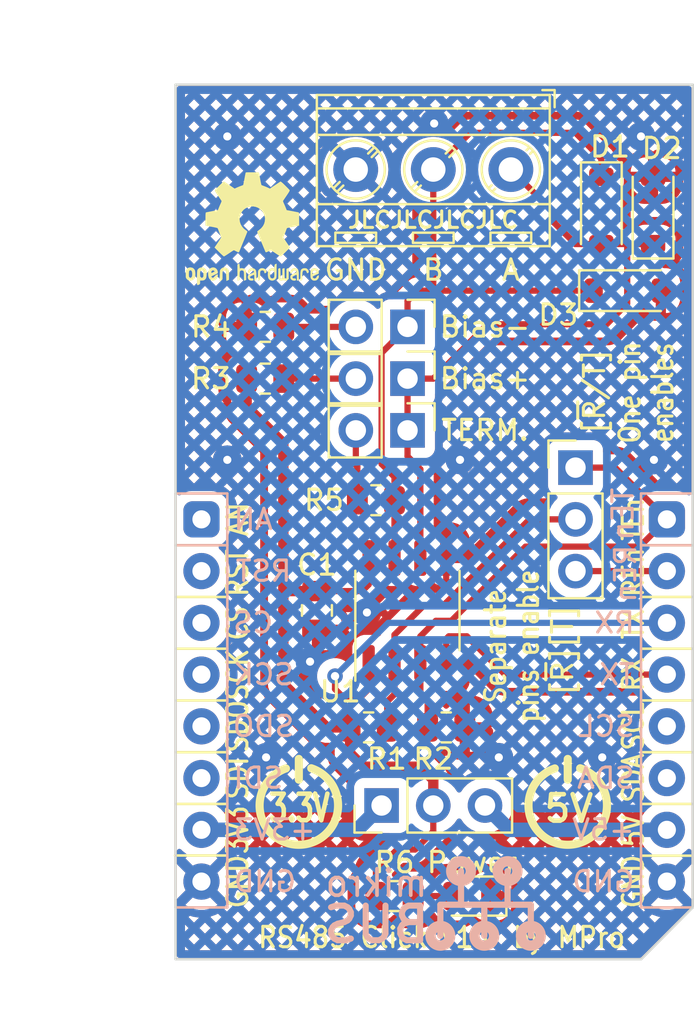
<source format=kicad_pcb>
(kicad_pcb (version 20221018) (generator pcbnew)
  (title_block (title "RS485 Click") (date "2023-08-28") (rev "1.0") (company "© 2023 MPro") (comment 1 "Designed by MPro") (comment 4 "Licensed under CERN-OHL-P v2 or any later version"))
  (layers (0 "F.Cu" signal) (31 "B.Cu" signal) (34 "B.Paste" user) (35 "F.Paste" user) (36 "B.SilkS" user "B.Silkscreen") (37 "F.SilkS" user "F.Silkscreen") (38 "B.Mask" user) (39 "F.Mask" user) (44 "Edge.Cuts" user))
  (net 0 "")
  (net 1 "VCC")
  (net 2 "GND")
  (net 3 "Net-(D1-A1)")
  (net 4 "Net-(D1-A2)")
  (net 11 "+3.3V")
  (net 12 "+5V")
  (net 15 "/TX")
  (net 16 "/RX")
  (net 17 "/~{RENm}")
  (net 18 "/TEN")
  (net 19 "Net-(JP1-B)")
  (net 20 "Net-(JP2-B)")
  (net 21 "Net-(JP3-B)")
  (net 22 "/~{REN}")
  (net 23 "Net-(D4-A)")
  (footprint "footprints:D_SOD-123" (layer "F.Cu") (at 108.585 50.927)
    (fp_text reference "D3" (at -3.386214 1.193286) (layer "F.SilkS"))
    (fp_text value "SMF7.5CA" hide)
    (pad "1" smd roundrect (at -1.65 0) (size 0.9 1.2) (layers "F.Cu" "F.Paste" "F.Mask") (net 3 "Net-(D1-A1)"))
    (pad "2" smd roundrect (at 1.65 0) (size 0.9 1.2) (layers "F.Cu" "F.Paste" "F.Mask") (net 2 "GND"))
  )
  (footprint "footprints:PinHeader_1x03_P2.54mm_Vertical" (layer "F.Cu") (at 106.045 59.6138)
    (fp_text reference "JP5" hide)
    (fp_text value "REN select" hide)
    (fp_text user "[~{R}/T]" (at 0.931786 -3.7338 90 unlocked) (layer "F.SilkS"))
    (fp_text user "[~{R}][T]" (at -0.635 8.9662 90 unlocked) (layer "F.SilkS"))
    (pad "1" thru_hole rect (at 0 0) (size 1.7 1.7) (drill 1) (layers "*.Cu" "*.Mask") (net 18 "/TEN"))
    (pad "2" thru_hole oval (at 0 2.54) (size 1.7 1.7) (drill 1) (layers "*.Cu" "*.Mask") (net 22 "/~{REN}"))
    (pad "3" thru_hole oval (at 0 5.08) (size 1.7 1.7) (drill 1) (layers "*.Cu" "*.Mask") (net 17 "/~{RENm}"))
  )
  (footprint "footprints:C_0805_2012Metric" (layer "F.Cu") (at 93.345 66.62475 -90)
    (fp_text reference "C1" (at -2.23575 0) (layer "F.SilkS"))
    (fp_text value "100n" hide)
    (pad "1" smd roundrect (at -0.95 0 270) (size 1 1.45) (layers "F.Cu" "F.Paste" "F.Mask") (net 1 "VCC"))
    (pad "2" smd roundrect (at 0.95 0 270) (size 1 1.45) (layers "F.Cu" "F.Paste" "F.Mask") (net 2 "GND"))
  )
  (footprint "footprints:PinHeader_1x03_P2.54mm_Vertical" (layer "F.Cu") (at 96.52 76.2 90)
    (fp_text reference "JP4" hide)
    (fp_text value "PWR" hide)
    (pad "1" thru_hole rect (at 0 0 90) (size 1.7 1.7) (drill 1) (layers "*.Cu" "*.Mask") (net 11 "+3.3V"))
    (pad "2" thru_hole oval (at 0 2.54 90) (size 1.7 1.7) (drill 1) (layers "*.Cu" "*.Mask") (net 1 "VCC"))
    (pad "3" thru_hole oval (at 0 5.08 90) (size 1.7 1.7) (drill 1) (layers "*.Cu" "*.Mask") (net 12 "+5V"))
  )
  (footprint "footprints:R_0805_2012Metric" (layer "F.Cu") (at 97.155 80.645)
    (fp_text reference "R6" (at 0 -1.65) (layer "F.SilkS"))
    (fp_text value "2k2" hide)
    (pad "1" smd roundrect (at -0.9125 0) (size 1.025 1.4) (layers "F.Cu" "F.Paste" "F.Mask") (roundrect_rratio 0.243902439) (net 1 "VCC"))
    (pad "2" smd roundrect (at 0.9125 0) (size 1.025 1.4) (layers "F.Cu" "F.Paste" "F.Mask") (roundrect_rratio 0.243902439) (net 23 "Net-(D4-A)"))
  )
  (footprint "footprints:R_0805_2012Metric" (layer "F.Cu") (at 90.805 52.705 180)
    (fp_text reference "R4" (at 2.667 0) (layer "F.SilkS"))
    (fp_text value "2k7" hide)
    (pad "1" smd roundrect (at -0.9125 0 180) (size 1.025 1.4) (layers "F.Cu" "F.Paste" "F.Mask") (roundrect_rratio 0.243902439) (net 20 "Net-(JP2-B)"))
    (pad "2" smd roundrect (at 0.9125 0 180) (size 1.025 1.4) (layers "F.Cu" "F.Paste" "F.Mask") (roundrect_rratio 0.243902439) (net 2 "GND"))
  )
  (footprint "footprints:R_0805_2012Metric" (layer "F.Cu") (at 90.805 55.245)
    (fp_text reference "R3" (at -2.667 0) (layer "F.SilkS"))
    (fp_text value "2k7" hide)
    (pad "1" smd roundrect (at -0.9125 0) (size 1.025 1.4) (layers "F.Cu" "F.Paste" "F.Mask") (roundrect_rratio 0.243902439) (net 1 "VCC"))
    (pad "2" smd roundrect (at 0.9125 0) (size 1.025 1.4) (layers "F.Cu" "F.Paste" "F.Mask") (roundrect_rratio 0.243902439) (net 19 "Net-(JP1-B)"))
  )
  (footprint "footprints:R_0805_2012Metric" (layer "F.Cu") (at 99.695 72.3665)
    (fp_text reference "R2" (at -0.635 1.5475) (layer "F.SilkS"))
    (fp_text value "10k" hide)
    (pad "1" smd roundrect (at -0.9125 0) (size 1.025 1.4) (layers "F.Cu" "F.Paste" "F.Mask") (roundrect_rratio 0.243902439) (net 18 "/TEN"))
    (pad "2" smd roundrect (at 0.9125 0) (size 1.025 1.4) (layers "F.Cu" "F.Paste" "F.Mask") (roundrect_rratio 0.243902439) (net 2 "GND"))
  )
  (footprint "footprints:D_SOD-123" (layer "F.Cu") (at 107.315 46.99 -90)
    (fp_text reference "D1" (at -3.124714 -0.423786) (layer "F.SilkS"))
    (fp_text value "SMF7.5CA" hide)
    (pad "1" smd roundrect (at -1.65 0 270) (size 0.9 1.2) (layers "F.Cu" "F.Paste" "F.Mask") (net 3 "Net-(D1-A1)"))
    (pad "2" smd roundrect (at 1.65 0 270) (size 0.9 1.2) (layers "F.Cu" "F.Paste" "F.Mask") (net 4 "Net-(D1-A2)"))
  )
  (footprint "footprints:SO-8_3.9x4.9mm_P1.27mm" (layer "F.Cu") (at 97.79 66.62475 90)
    (fp_text reference "U1" (at -3.98725 -3.302 180) (layer "F.SilkS"))
    (fp_text value "YD3082EESA" hide)
    (pad "1" smd roundrect (at -2.575 -1.905 90) (size 1.75 0.6) (layers "F.Cu" "F.Paste" "F.Mask") (net 16 "/RX"))
    (pad "2" smd roundrect (at -2.575 -0.635 90) (size 1.75 0.6) (layers "F.Cu" "F.Paste" "F.Mask") (net 22 "/~{REN}"))
    (pad "3" smd roundrect (at -2.575 0.635 90) (size 1.75 0.6) (layers "F.Cu" "F.Paste" "F.Mask") (net 18 "/TEN"))
    (pad "4" smd roundrect (at -2.575 1.905 90) (size 1.75 0.6) (layers "F.Cu" "F.Paste" "F.Mask") (net 15 "/TX"))
    (pad "5" smd roundrect (at 2.575 1.905 90) (size 1.75 0.6) (layers "F.Cu" "F.Paste" "F.Mask") (net 2 "GND"))
    (pad "6" smd roundrect (at 2.575 0.635 90) (size 1.75 0.6) (layers "F.Cu" "F.Paste" "F.Mask") (net 4 "Net-(D1-A2)"))
    (pad "7" smd roundrect (at 2.575 -0.635 90) (size 1.75 0.6) (layers "F.Cu" "F.Paste" "F.Mask") (net 3 "Net-(D1-A1)"))
    (pad "8" smd roundrect (at 2.575 -1.905 90) (size 1.75 0.6) (layers "F.Cu" "F.Paste" "F.Mask") (net 1 "VCC"))
  )
  (footprint "footprints:PinHeader_1x02_P2.54mm_Vertical" (layer "F.Cu") (at 97.795 55.245 -90)
    (fp_text reference "JP1" hide)
    (fp_text value "Bias+" (at 0 -3.805) (layer "F.SilkS"))
    (pad "1" thru_hole rect (at 0 0 270) (size 1.7 1.7) (drill 1) (layers "*.Cu" "*.Mask") (net 4 "Net-(D1-A2)"))
    (pad "2" thru_hole oval (at 0 2.54 270) (size 1.7 1.7) (drill 1) (layers "*.Cu" "*.Mask") (net 19 "Net-(JP1-B)"))
  )
  (footprint "footprints:OSHW-Logo2_7.3x6mm_SilkScreen" (layer "F.Cu") (at 90.17 47.879)
    (fp_text reference "LOGO1" hide)
    (fp_text value "Logo_Open_Hardware_Small" hide)
  )
  (footprint "footprints:R_0805_2012Metric" (layer "F.Cu") (at 96.2425 61.214)
    (fp_text reference "R5" (at -2.549914 -0.000514) (layer "F.SilkS"))
    (fp_text value "120" hide)
    (pad "1" smd roundrect (at -0.9125 0) (size 1.025 1.4) (layers "F.Cu" "F.Paste" "F.Mask") (roundrect_rratio 0.243902439) (net 21 "Net-(JP3-B)"))
    (pad "2" smd roundrect (at 0.9125 0) (size 1.025 1.4) (layers "F.Cu" "F.Paste" "F.Mask") (roundrect_rratio 0.243902439) (net 3 "Net-(D1-A1)"))
  )
  (footprint "footprints:LED_0805_2012Metric" (layer "F.Cu") (at 100.965 80.645 180)
    (fp_text reference "D4" hide)
    (fp_text value "Power" (at 0 1.65) (layer "F.SilkS"))
    (pad "1" smd roundrect (at -0.9375 0 180) (size 0.975 1.4) (layers "F.Cu" "F.Paste" "F.Mask") (net 2 "GND"))
    (pad "2" smd roundrect (at 0.9375 0 180) (size 0.975 1.4) (layers "F.Cu" "F.Paste" "F.Mask") (net 23 "Net-(D4-A)"))
  )
  (footprint "footprints:Logo_Power_3V3" (layer "F.Cu") (at 92.456 76.2)
    (fp_text reference "REF2" hide)
    (fp_text value "LOGO" hide)
    (fp_text user "3.3V" (at -1.5748 0.889 unlocked) (layer "F.SilkS") (effects (font (size 1.3 0.9) (thickness 0.225) bold) (justify left bottom)))
  )
  (footprint "footprints:TerminalBlock_MetzConnect_Type086_RT03403HBLC_1x03_P3.81mm_Horizontal" (layer "F.Cu") (at 102.87 44.982286 180)
    (fp_text reference "J1" hide)
    (fp_text value "RS485" hide)
    (fp_text user "GND" (at 7.62 -4.928714 unlocked) (layer "F.SilkS"))
    (fp_text user "B" (at 3.81 -4.928714 unlocked) (layer "F.SilkS"))
    (fp_text user "A" (at 0 -4.928714 unlocked) (layer "F.SilkS"))
    (pad "1" thru_hole circle (at 0 0 180) (size 2.2 2.2) (drill 1.2) (layers "*.Cu" "*.Mask") (net 4 "Net-(D1-A2)"))
    (pad "2" thru_hole circle (at 3.81 0 180) (size 2.2 2.2) (drill 1.2) (layers "*.Cu" "*.Mask") (net 3 "Net-(D1-A1)"))
    (pad "3" thru_hole circle (at 7.62 0 180) (size 2.2 2.2) (drill 1.2) (layers "*.Cu" "*.Mask") (net 2 "GND"))
  )
  (footprint "footprints:R_0805_2012Metric" (layer "F.Cu") (at 95.885 72.3665)
    (fp_text reference "R1" (at 0.889 1.5475) (layer "F.SilkS"))
    (fp_text value "10k" hide)
    (pad "1" smd roundrect (at -0.9125 0) (size 1.025 1.4) (layers "F.Cu" "F.Paste" "F.Mask") (roundrect_rratio 0.243902439) (net 1 "VCC"))
    (pad "2" smd roundrect (at 0.9125 0) (size 1.025 1.4) (layers "F.Cu" "F.Paste" "F.Mask") (roundrect_rratio 0.243902439) (net 22 "/~{REN}"))
  )
  (footprint "footprints:PinHeader_1x02_P2.54mm_Vertical" (layer "F.Cu") (at 97.795 52.705 -90)
    (fp_text reference "JP2" hide)
    (fp_text value "Bias-" (at 0 -3.805) (layer "F.SilkS"))
    (pad "1" thru_hole rect (at 0 0 270) (size 1.7 1.7) (drill 1) (layers "*.Cu" "*.Mask") (net 3 "Net-(D1-A1)"))
    (pad "2" thru_hole oval (at 0 2.54 270) (size 1.7 1.7) (drill 1) (layers "*.Cu" "*.Mask") (net 20 "Net-(JP2-B)"))
  )
  (footprint "footprints:Logo_Power_5V" (layer "F.Cu") (at 105.664 76.2)
    (fp_text reference "REF1" hide)
    (fp_text value "LOGO" hide)
    (fp_text user "5V" (at -1.27 0.9144 unlocked) (layer "F.SilkS") (effects (font (size 1.3 1.3) (thickness 0.225) bold) (justify left bottom)))
  )
  (footprint "footprints:PinHeader_1x02_P2.54mm_Vertical" (layer "F.Cu") (at 97.795 57.785 -90)
    (fp_text reference "JP3" hide)
    (fp_text value "TERM." (at 0 -3.805) (layer "F.SilkS"))
    (pad "1" thru_hole rect (at 0 0 270) (size 1.7 1.7) (drill 1) (layers "*.Cu" "*.Mask") (net 4 "Net-(D1-A2)"))
    (pad "2" thru_hole oval (at 0 2.54 270) (size 1.7 1.7) (drill 1) (layers "*.Cu" "*.Mask") (net 21 "Net-(JP3-B)"))
  )
  (footprint "footprints:D_SOD-123" (layer "F.Cu") (at 109.855 46.99 90)
    (fp_text reference "D2" (at 3.048 0.423786 180) (layer "F.SilkS"))
    (fp_text value "SMF7.5CA" hide)
    (pad "1" smd roundrect (at -1.65 0 90) (size 0.9 1.2) (layers "F.Cu" "F.Paste" "F.Mask") (net 4 "Net-(D1-A2)"))
    (pad "2" smd roundrect (at 1.65 0 90) (size 0.9 1.2) (layers "F.Cu" "F.Paste" "F.Mask") (net 2 "GND"))
  )
  (footprint "footprints:mikroBUS_module_M" (layer "F.Cu") (at 87.672786 62.153286)
    (fp_text reference "J2" hide)
    (fp_text value "RS485 Click v1.0 by MPro" (at 11.8 20.523714) (layer "F.SilkS") (effects (font (size 1 0.9))))
    (fp_text user "+5V" (at 19.743847 15.24) (layer "B.SilkS") (effects (justify mirror)))
    (fp_text user "GND" (at 19.743847 17.78) (layer "B.SilkS") (effects (justify mirror)))
    (fp_text user "GND" (at 3.119619 17.78) (layer "B.SilkS") (effects (justify mirror)))
    (fp_text user "REn" (at 20.828 2.667 90) (layer "B.SilkS") (effects (justify mirror)))
    (fp_text user "CS" (at 2.54 5.08) (layer "B.SilkS") (effects (justify mirror)))
    (fp_text user "TEn" (at 20.701 -0.254 90) (layer "B.SilkS") (effects (justify mirror)))
    (fp_text user "SDO" (at 3.048 10.16) (layer "B.SilkS") (effects (justify mirror)))
    (fp_text user "TX" (at 20.410514 7.62) (layer "B.SilkS") (effects (justify mirror)))
    (fp_text user "+3V3" (at 3.59581 15.24) (layer "B.SilkS") (effects (justify mirror)))
    (fp_text user "RST" (at 3.048 2.54) (layer "B.SilkS") (effects (justify mirror)))
    (fp_text user "SDI" (at 2.794 12.7) (layer "B.SilkS") (effects (justify mirror)))
    (fp_text user "RX" (at 20.291466 5.08) (layer "B.SilkS") (effects (justify mirror)))
    (fp_text user "SCL" (at 19.886704 10.16) (layer "B.SilkS") (effects (justify mirror)))
    (fp_text user "AN" (at 2.54 0) (layer "B.SilkS") (effects (justify mirror)))
    (fp_text user "SCK" (at 3.048 7.62) (layer "B.SilkS") (effects (justify mirror)))
    (fp_text user "SDA" (at 19.862895 12.7) (layer "B.SilkS") (effects (justify mirror)))
    (fp_text user "GND" (at 1.778 17.78 90) (layer "F.SilkS") (effects (font (size 1 0.85) (thickness 0.15) bold)))
    (fp_text user "3V3" (at 1.778 15.24 90) (layer "F.SilkS") (effects (font (size 1 0.85) (thickness 0.15) bold)))
    (fp_text user "RX" (at 21.209 7.6 90) (layer "F.SilkS") (effects (font (size 1 0.85) (thickness 0.15) bold)))
    (fp_text user "SCL" (at 21.209 10.16 90) (layer "F.SilkS") (effects (font (size 1 0.85) (thickness 0.15) bold)))
    (fp_text user "SDA" (at 21.209 12.7 90) (layer "F.SilkS") (effects (font (size 1 0.85) (thickness 0.15) bold)))
    (fp_text user "RST" (at 1.778 2.623639 90) (layer "F.SilkS") (effects (font (size 1 0.85))))
    (fp_text user "CS" (at 1.778 5.1 90) (layer "F.SilkS") (effects (font (size 1 0.85))))
    (fp_text user "AN" (at 1.778 0 90) (layer "F.SilkS") (effects (font (size 1 0.85))))
    (fp_text user "5V" (at 21.209 15.3 90) (layer "F.SilkS") (effects (font (size 1 0.85) (thickness 0.15) bold)))
    (fp_text user "TEn" (at 21.209 0 90) (layer "F.SilkS") (effects (font (size 1 0.8) (thickness 0.15) bold)))
    (fp_text user "TX" (at 21.209 5.141427 90) (layer "F.SilkS") (effects (font (size 1 0.85) (thickness 0.15) bold)))
    (fp_text user "SCK" (at 1.778 7.62 90) (layer "F.SilkS") (effects (font (size 1 0.85))))
    (fp_text user "SDO" (at 1.778 10.16 90) (layer "F.SilkS") (effects (font (size 1 0.85))))
    (fp_text user "REn" (at 21.209 2.6 90) (layer "F.SilkS") (effects (font (size 1 0.85) (thickness 0.15) bold)))
    (fp_text user "GND" (at 21.209 17.78 90) (layer "F.SilkS") (effects (font (size 1 0.85) (thickness 0.15) bold)))
    (fp_text user "SDI" (at 1.778 12.7 90) (layer "F.SilkS") (effects (font (size 1 0.85) (thickness 0.15) bold)))
    (fp_line (start -1.27 -21.336) (end 24.13 -21.336) (stroke (width 0.12)) (layer "Edge.Cuts"))
    (fp_line (start -1.27 21.59) (end -1.27 -21.336) (stroke (width 0.12)) (layer "Edge.Cuts"))
    (fp_line (start 21.6 21.59) (end -1.27 21.59) (stroke (width 0.12)) (layer "Edge.Cuts"))
    (fp_line (start 21.6 21.59) (end 24.13 19.05) (stroke (width 0.12)) (layer "Edge.Cuts"))
    (fp_line (start 24.13 -21.336) (end 24.13 19.05) (stroke (width 0.12)) (layer "Edge.Cuts"))
    (pad "P1" thru_hole roundrect (at 0 0) (size 1.778 1.778) (drill 0.889) (layers "*.Cu" "*.Mask"))
    (pad "P2" thru_hole circle (at 0 2.54) (size 1.778 1.778) (drill 0.889) (layers "*.Cu" "*.Mask"))
    (pad "P3" thru_hole circle (at 0 5.08) (size 1.778 1.778) (drill 0.889) (layers "*.Cu" "*.Mask"))
    (pad "P4" thru_hole circle (at 0 7.62) (size 1.778 1.778) (drill 0.889) (layers "*.Cu" "*.Mask"))
    (pad "P5" thru_hole circle (at 0 10.16) (size 1.778 1.778) (drill 0.889) (layers "*.Cu" "*.Mask"))
    (pad "P6" thru_hole circle (at 0 12.7) (size 1.778 1.778) (drill 0.889) (layers "*.Cu" "*.Mask"))
    (pad "P7" thru_hole circle (at 0 15.24) (size 1.778 1.778) (drill 0.889) (layers "*.Cu" "*.Mask") (net 11 "+3.3V"))
    (pad "P8" thru_hole circle (at 0 17.78) (size 1.778 1.778) (drill 0.889) (layers "*.Cu" "*.Mask") (net 2 "GND"))
    (pad "P9" thru_hole circle (at 22.86 17.78) (size 1.778 1.778) (drill 0.889) (layers "*.Cu" "*.Mask") (net 2 "GND"))
    (pad "P10" thru_hole circle (at 22.86 15.24) (size 1.778 1.778) (drill 0.889) (layers "*.Cu" "*.Mask") (net 12 "+5V"))
    (pad "P11" thru_hole circle (at 22.86 12.7) (size 1.778 1.778) (drill 0.889) (layers "*.Cu" "*.Mask"))
    (pad "P12" thru_hole circle (at 22.86 10.16) (size 1.778 1.778) (drill 0.889) (layers "*.Cu" "*.Mask"))
    (pad "P13" thru_hole circle (at 22.86 7.62) (size 1.778 1.778) (drill 0.889) (layers "*.Cu" "*.Mask") (net 15 "/TX"))
    (pad "P14" thru_hole circle (at 22.86 5.08) (size 1.778 1.778) (drill 0.889) (layers "*.Cu" "*.Mask") (net 16 "/RX"))
    (pad "P15" thru_hole circle (at 22.86 2.54) (size 1.778 1.778) (drill 0.889) (layers "*.Cu" "*.Mask") (net 17 "/~{RENm}"))
    (pad "P16" thru_hole roundrect (at 22.86 0) (size 1.778 1.778) (drill 0.889) (layers "*.Cu" "*.Mask") (net 18 "/TEN"))
  )
  (footprint "footprints:mikroBUS_logo_text" (layer "B.Cu") (at 101.6 82.55 180)
    (fp_text reference "REF**" hide)
    (fp_text value "mikroBUS_logo_text" hide)
    (fp_text user "BUS" (at 5.334 0.508) (layer "B.SilkS") (effects (font (size 1.7 1.7) (thickness 0.3)) (justify mirror)))
    (fp_text user "mikro" (at 5.334 2.54) (layer "B.SilkS") (effects (font (size 1.3 1.2) (thickness 0.18)) (justify mirror)))
  )
  (gr_text "Separate\npins enable" (at 104.309786 68.376286 90) (layer "F.SilkS") (effects (font (size 1 0.85)) (justify bottom)))
  (gr_text "JLCJLCJLCJLC" (at 94.784786 47.929286) (layer "F.SilkS") (effects (font (size 0.81 0.81) (thickness 0.15) bold) (justify left bottom)))
  (gr_text "One pin\nenables" (at 110.913786 55.930286 90) (layer "F.SilkS") (effects (font (size 1 0.85)) (justify bottom)))
  (segment (start 99.06 74.93) (end 98.425 74.295) (width 0.508) (layer "F.Cu") (net 1))
  (segment (start 98.171 78.359) (end 97.282 78.359) (width 0.3048) (layer "F.Cu") (net 1))
  (segment (start 94.9725 73.6365) (end 94.9725 72.3665) (width 0.508) (layer "F.Cu") (net 1))
  (segment (start 91.694 65.67475) (end 93.345 65.67475) (width 0.508) (layer "F.Cu") (net 1))
  (segment (start 94.9725 72.3665) (end 93.8295 72.3665) (width 0.508) (layer "F.Cu") (net 1))
  (segment (start 98.425 74.295) (end 95.631 74.295) (width 0.508) (layer "F.Cu") (net 1))
  (segment (start 99.06 77.47) (end 98.171 78.359) (width 0.3048) (layer "F.Cu") (net 1))
  (segment (start 89.8925 56.6185) (end 89.8925 55.245) (width 0.508) (layer "F.Cu") (net 1))
  (segment (start 99.06 76.2) (end 99.06 74.93) (width 0.508) (layer "F.Cu") (net 1))
  (segment (start 97.282 78.359) (end 96.2425 79.3985) (width 0.3048) (layer "F.Cu") (net 1))
  (segment (start 96.2425 79.3985) (end 96.2425 80.645) (width 0.3048) (layer "F.Cu") (net 1))
  (segment (start 91.694 58.42) (end 89.8925 56.6185) (width 0.508) (layer "F.Cu") (net 1))
  (segment (start 91.694 65.67475) (end 91.694 58.42) (width 0.508) (layer "F.Cu") (net 1))
  (segment (start 95.885 65.35475) (end 95.565 65.67475) (width 0.3048) (layer "F.Cu") (net 1))
  (segment (start 95.885 64.04975) (end 95.885 65.35475) (width 0.3048) (layer "F.Cu") (net 1))
  (segment (start 93.8295 72.3665) (end 91.694 70.231) (width 0.508) (layer "F.Cu") (net 1))
  (segment (start 91.694 70.231) (end 91.694 65.67475) (width 0.508) (layer "F.Cu") (net 1))
  (segment (start 99.06 76.2) (end 99.06 77.47) (width 0.3048) (layer "F.Cu") (net 1))
  (segment (start 95.631 74.295) (end 94.9725 73.6365) (width 0.508) (layer "F.Cu") (net 1))
  (segment (start 95.565 65.67475) (end 93.345 65.67475) (width 0.3048) (layer "F.Cu") (net 1))
  (segment (start 96.647 65.60875) (end 95.800786 66.454964) (width 0.3048) (layer "F.Cu") (net 2))
  (segment (start 95.800786 66.725286) (end 95.530464 66.725286) (width 0.3048) (layer "F.Cu") (net 2))
  (segment (start 95.530464 66.725286) (end 94.681 67.57475) (width 0.3048) (layer "F.Cu") (net 2))
  (segment (start 99.314 65.60875) (end 96.647 65.60875) (width 0.3048) (layer "F.Cu") (net 2))
  (segment (start 95.800786 66.454964) (end 95.800786 66.725286) (width 0.3048) (layer "F.Cu") (net 2))
  (segment (start 94.681 67.57475) (end 93.345 67.57475) (width 0.3048) (layer "F.Cu") (net 2))
  (segment (start 99.695 64.04975) (end 99.695 65.22775) (width 0.3048) (layer "F.Cu") (net 2))
  (segment (start 99.695 65.22775) (end 99.314 65.60875) (width 0.3048) (layer "F.Cu") (net 2))
  (via (at 102.277786 73.837286) (size 0.8) (drill 0.4) (layers "F.Cu" "B.Cu") (net 2))
  (via (at 99.102786 42.722286) (size 0.8) (drill 0.4) (layers "F.Cu" "B.Cu") (net 2))
  (via (at 88.942786 43.357286) (size 0.8) (drill 0.4) (layers "F.Cu" "B.Cu") (net 2))
  (via (at 95.800786 66.725286) (size 0.8) (drill 0.4) (layers "F.Cu" "B.Cu") (net 2))
  (via (at 109.262786 43.357286) (size 0.8) (drill 0.4) (layers "F.Cu" "B.Cu") (net 2))
  (via (at 90.847786 73.837286) (size 0.8) (drill 0.4) (layers "F.Cu" "B.Cu") (net 2))
  (via (at 107.357786 73.837286) (size 0.8) (drill 0.4) (layers "F.Cu" "B.Cu") (net 2))
  (via (at 109.897786 59.232286) (size 0.8) (drill 0.4) (layers "F.Cu" "B.Cu") (net 2))
  (via (at 93.006786 69.138286) (size 0.8) (drill 0.4) (layers "F.Cu" "B.Cu") (net 2))
  (via (at 88.942786 59.232286) (size 0.8) (drill 0.4) (layers "F.Cu" "B.Cu") (net 2))
  (via (at 100.372786 59.232286) (size 0.8) (drill 0.4) (layers "F.Cu" "B.Cu") (net 2))
  (segment (start 106.045 43.18) (end 100.862286 43.18) (width 0.3048) (layer "F.Cu") (net 3))
  (segment (start 96.52 59.436) (end 96.52 53.98) (width 0.3048) (layer "F.Cu") (net 3))
  (segment (start 97.155 60.071) (end 96.52 59.436) (width 0.3048) (layer "F.Cu") (net 3))
  (segment (start 99.06 44.982286) (end 99.06 50.927) (width 0.3048) (layer "F.Cu") (net 3))
  (segment (start 98.298 50.927) (end 97.795 51.43) (width 0.3048) (layer "F.Cu") (net 3))
  (segment (start 97.155 64.04975) (end 97.155 61.214) (width 0.3048) (layer "F.Cu") (net 3))
  (segment (start 98.298 50.927) (end 99.06 50.927) (width 0.3048) (layer "F.Cu") (net 3))
  (segment (start 96.52 53.98) (end 97.795 52.705) (width 0.3048) (layer "F.Cu") (net 3))
  (segment (start 107.315 45.34) (end 107.315 44.45) (width 0.3048) (layer "F.Cu") (net 3))
  (segment (start 107.315 44.45) (end 106.045 43.18) (width 0.3048) (layer "F.Cu") (net 3))
  (segment (start 97.155 61.214) (end 97.155 60.071) (width 0.3048) (layer "F.Cu") (net 3))
  (segment (start 106.935 50.927) (end 99.06 50.927) (width 0.3048) (layer "F.Cu") (net 3))
  (segment (start 100.862286 43.18) (end 99.06 44.982286) (width 0.3048) (layer "F.Cu") (net 3))
  (segment (start 97.795 51.43) (end 97.795 52.705) (width 0.3048) (layer "F.Cu") (net 3))
  (segment (start 107.315 48.64) (end 107.314 48.641) (width 0.3048) (layer "F.Cu") (net 4))
  (segment (start 108.585 48.64) (end 109.855 48.64) (width 0.3048) (layer "F.Cu") (net 4))
  (segment (start 106.045 48.641) (end 105.004714 47.600714) (width 0.3048) (layer "F.Cu") (net 4))
  (segment (start 107.315 48.64) (end 108.585 48.64) (width 0.3048) (layer "F.Cu") (net 4))
  (segment (start 107.569 52.578) (end 108.585 51.562) (width 0.3048) (layer "F.Cu") (net 4))
  (segment (start 97.795 57.785) (end 97.795 55.245) (width 0.3048) (layer "F.Cu") (net 4))
  (segment (start 105.004714 47.117) (end 102.87 44.982286) (width 0.3048) (layer "F.Cu") (net 4))
  (segment (start 99.06 55.245) (end 101.727 52.578) (width 0.3048) (layer "F.Cu") (net 4))
  (segment (start 97.795 59.06) (end 97.795 57.785) (width 0.3048) (layer "F.Cu") (net 4))
  (segment (start 105.004714 47.600714) (end 105.004714 47.117) (width 0.3048) (layer "F.Cu") (net 4))
  (segment (start 97.795 55.245) (end 99.06 55.245) (width 0.3048) (layer "F.Cu") (net 4))
  (segment (start 98.425 64.04975) (end 98.425 59.69) (width 0.3048) (layer "F.Cu") (net 4))
  (segment (start 107.314 48.641) (end 106.045 48.641) (width 0.3048) (layer "F.Cu") (net 4))
  (segment (start 101.727 52.578) (end 107.569 52.578) (width 0.3048) (layer "F.Cu") (net 4))
  (segment (start 108.585 51.562) (end 108.585 48.64) (width 0.3048) (layer "F.Cu") (net 4))
  (segment (start 98.425 59.69) (end 97.795 59.06) (width 0.3048) (layer "F.Cu") (net 4))
  (segment (start 87.672786 77.393286) (end 95.326714 77.393286) (width 0.7112) (layer "B.Cu") (net 11))
  (segment (start 95.326714 77.393286) (end 96.52 76.2) (width 0.7112) (layer "B.Cu") (net 11))
  (segment (start 102.793286 77.393286) (end 101.6 76.2) (width 0.7112) (layer "B.Cu") (net 12))
  (segment (start 110.532786 77.393286) (end 102.793286 77.393286) (width 0.7112) (layer "B.Cu") (net 12))
  (segment (start 100.711 67.89475) (end 99.822 67.89475) (width 0.3048) (layer "F.Cu") (net 15))
  (segment (start 99.822 67.89475) (end 99.695 68.02175) (width 0.3048) (layer "F.Cu") (net 15))
  (segment (start 99.695 68.02175) (end 99.695 69.19975) (width 0.3048) (layer "F.Cu") (net 15))
  (segment (start 102.589536 69.773286) (end 100.711 67.89475) (width 0.3048) (layer "F.Cu") (net 15))
  (segment (start 110.532786 69.773286) (end 102.589536 69.773286) (width 0.3048) (layer "F.Cu") (net 15))
  (segment (start 94.234 69.85) (end 94.234 70.485) (width 0.3048) (layer "F.Cu") (net 16))
  (segment (start 94.615 70.866) (end 95.504 70.866) (width 0.3048) (layer "F.Cu") (net 16))
  (segment (start 95.885 70.485) (end 95.885 69.19975) (width 0.3048) (layer "F.Cu") (net 16))
  (segment (start 95.504 70.866) (end 95.885 70.485) (width 0.3048) (layer "F.Cu") (net 16))
  (segment (start 94.234 70.485) (end 94.615 70.866) (width 0.3048) (layer "F.Cu") (net 16))
  (via (at 94.234 69.85) (size 0.762) (drill 0.4064) (layers "F.Cu" "B.Cu") (net 16))
  (segment (start 96.850714 67.233286) (end 110.532786 67.233286) (width 0.3048) (layer "B.Cu") (net 16))
  (segment (start 94.234 69.85) (end 96.850714 67.233286) (width 0.3048) (layer "B.Cu") (net 16))
  (segment (start 106.045514 64.693286) (end 106.045 64.6938) (width 0.3048) (layer "F.Cu") (net 17))
  (segment (start 110.532786 64.693286) (end 106.045514 64.693286) (width 0.3048) (layer "F.Cu") (net 17))
  (segment (start 98.7825 71.0965) (end 98.7825 72.3665) (width 0.3048) (layer "F.Cu") (net 18))
  (segment (start 107.9933 59.6138) (end 106.045 59.6138) (width 0.3048) (layer "F.Cu") (net 18))
  (segment (start 109.194672 63.4914) (end 103.59035 63.4914) (width 0.3048) (layer "F.Cu") (net 18))
  (segment (start 98.425 67.89475) (end 98.425 69.19975) (width 0.3048) (layer "F.Cu") (net 18))
  (segment (start 103.59035 63.4914) (end 99.949 67.13275) (width 0.3048) (layer "F.Cu") (net 18))
  (segment (start 99.187 67.13275) (end 98.425 67.89475) (width 0.3048) (layer "F.Cu") (net 18))
  (segment (start 98.425 69.19975) (end 98.425 70.739) (width 0.3048) (layer "F.Cu") (net 18))
  (segment (start 110.532786 62.153286) (end 109.194672 63.4914) (width 0.3048) (layer "F.Cu") (net 18))
  (segment (start 99.949 67.13275) (end 99.187 67.13275) (width 0.3048) (layer "F.Cu") (net 18))
  (segment (start 98.425 70.739) (end 98.7825 71.0965) (width 0.3048) (layer "F.Cu") (net 18))
  (segment (start 110.532786 62.153286) (end 107.9933 59.6138) (width 0.3048) (layer "F.Cu") (net 18))
  (segment (start 95.255 55.245) (end 91.7175 55.245) (width 0.3048) (layer "F.Cu") (net 19))
  (segment (start 95.255 52.705) (end 91.7175 52.705) (width 0.3048) (layer "F.Cu") (net 20))
  (segment (start 95.33 59.563) (end 95.255 59.488) (width 0.3048) (layer "F.Cu") (net 21))
  (segment (start 95.33 61.214) (end 95.33 59.563) (width 0.3048) (layer "F.Cu") (net 21))
  (segment (start 95.255 59.488) (end 95.255 57.785) (width 0.3048) (layer "F.Cu") (net 21))
  (segment (start 98.60225 66.37075) (end 97.155 67.818) (width 0.3048) (layer "F.Cu") (net 22))
  (segment (start 97.155 69.19975) (end 97.155 70.739) (width 0.3048) (layer "F.Cu") (net 22))
  (segment (start 106.045 62.1538) (end 103.78495 62.1538) (width 0.3048) (layer "F.Cu") (net 22))
  (segment (start 97.155 70.739) (end 96.7975 71.0965) (width 0.3048) (layer "F.Cu") (net 22))
  (segment (start 96.7975 71.0965) (end 96.7975 72.3665) (width 0.3048) (layer "F.Cu") (net 22))
  (segment (start 97.155 67.818) (end 97.155 69.19975) (width 0.3048) (layer "F.Cu") (net 22))
  (segment (start 103.78495 62.1538) (end 99.568 66.37075) (width 0.3048) (layer "F.Cu") (net 22))
  (segment (start 99.568 66.37075) (end 98.60225 66.37075) (width 0.3048) (layer "F.Cu") (net 22))
  (segment (start 98.0675 80.645) (end 100.0275 80.645) (width 0.3048) (layer "F.Cu") (net 23))
  (zone (net 0) (net_name "") (layer "F.Cu") (connect_pads (clearance 0)) (min_thickness 0.25)
    (keepout (tracks not_allowed) (vias not_allowed) (pads not_allowed) (copperpour not_allowed) (footprints allowed))
    (fill (thermal_gap 0.5) (thermal_bridge_width 0.5))
    (polygon (pts (xy 106.214786 46.278286) (xy 108.119786 46.278286) (xy 108.373786 45.770286) (xy 108.373786 48.183286) (xy 108.119786 47.675286) (xy 106.214786 47.675286)))
  )
  (zone (net 2) (net_name "GND") (layers "F&B.Cu") (connect_pads (clearance 0.5)) (min_thickness 0.25) (fill yes (mode hatch) (thermal_gap 0.5) (thermal_bridge_width 0.5) (hatch_thickness 0.381) (hatch_gap 0.381) (hatch_orientation 45) (hatch_border_algorithm hatch_thickness) (hatch_min_hole_area 0.3))
    (polygon (pts (xy 86.36 40.767) (xy 111.887 40.767) (xy 111.887 83.82) (xy 86.36 83.82)))
  )
)
</source>
